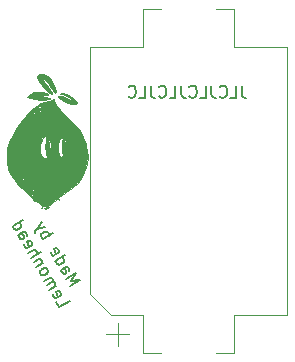
<source format=gbr>
%TF.GenerationSoftware,KiCad,Pcbnew,(5.1.6)-1*%
%TF.CreationDate,2020-10-05T19:31:36+02:00*%
%TF.ProjectId,NRF24,4e524632-342e-46b6-9963-61645f706362,rev?*%
%TF.SameCoordinates,Original*%
%TF.FileFunction,Legend,Bot*%
%TF.FilePolarity,Positive*%
%FSLAX46Y46*%
G04 Gerber Fmt 4.6, Leading zero omitted, Abs format (unit mm)*
G04 Created by KiCad (PCBNEW (5.1.6)-1) date 2020-10-05 19:31:36*
%MOMM*%
%LPD*%
G01*
G04 APERTURE LIST*
%ADD10C,0.180000*%
%ADD11C,0.150000*%
%ADD12C,0.010000*%
%ADD13C,0.120000*%
G04 APERTURE END LIST*
D10*
X185319047Y-79102380D02*
X185319047Y-79816666D01*
X185366666Y-79959523D01*
X185461904Y-80054761D01*
X185604761Y-80102380D01*
X185700000Y-80102380D01*
X184366666Y-80102380D02*
X184842857Y-80102380D01*
X184842857Y-79102380D01*
X183461904Y-80007142D02*
X183509523Y-80054761D01*
X183652380Y-80102380D01*
X183747619Y-80102380D01*
X183890476Y-80054761D01*
X183985714Y-79959523D01*
X184033333Y-79864285D01*
X184080952Y-79673809D01*
X184080952Y-79530952D01*
X184033333Y-79340476D01*
X183985714Y-79245238D01*
X183890476Y-79150000D01*
X183747619Y-79102380D01*
X183652380Y-79102380D01*
X183509523Y-79150000D01*
X183461904Y-79197619D01*
X182747619Y-79102380D02*
X182747619Y-79816666D01*
X182795238Y-79959523D01*
X182890476Y-80054761D01*
X183033333Y-80102380D01*
X183128571Y-80102380D01*
X181795238Y-80102380D02*
X182271428Y-80102380D01*
X182271428Y-79102380D01*
X180890476Y-80007142D02*
X180938095Y-80054761D01*
X181080952Y-80102380D01*
X181176190Y-80102380D01*
X181319047Y-80054761D01*
X181414285Y-79959523D01*
X181461904Y-79864285D01*
X181509523Y-79673809D01*
X181509523Y-79530952D01*
X181461904Y-79340476D01*
X181414285Y-79245238D01*
X181319047Y-79150000D01*
X181176190Y-79102380D01*
X181080952Y-79102380D01*
X180938095Y-79150000D01*
X180890476Y-79197619D01*
X180176190Y-79102380D02*
X180176190Y-79816666D01*
X180223809Y-79959523D01*
X180319047Y-80054761D01*
X180461904Y-80102380D01*
X180557142Y-80102380D01*
X179223809Y-80102380D02*
X179700000Y-80102380D01*
X179700000Y-79102380D01*
X178319047Y-80007142D02*
X178366666Y-80054761D01*
X178509523Y-80102380D01*
X178604761Y-80102380D01*
X178747619Y-80054761D01*
X178842857Y-79959523D01*
X178890476Y-79864285D01*
X178938095Y-79673809D01*
X178938095Y-79530952D01*
X178890476Y-79340476D01*
X178842857Y-79245238D01*
X178747619Y-79150000D01*
X178604761Y-79102380D01*
X178509523Y-79102380D01*
X178366666Y-79150000D01*
X178319047Y-79197619D01*
X177604761Y-79102380D02*
X177604761Y-79816666D01*
X177652380Y-79959523D01*
X177747619Y-80054761D01*
X177890476Y-80102380D01*
X177985714Y-80102380D01*
X176652380Y-80102380D02*
X177128571Y-80102380D01*
X177128571Y-79102380D01*
X175747619Y-80007142D02*
X175795238Y-80054761D01*
X175938095Y-80102380D01*
X176033333Y-80102380D01*
X176176190Y-80054761D01*
X176271428Y-79959523D01*
X176319047Y-79864285D01*
X176366666Y-79673809D01*
X176366666Y-79530952D01*
X176319047Y-79340476D01*
X176271428Y-79245238D01*
X176176190Y-79150000D01*
X176033333Y-79102380D01*
X175938095Y-79102380D01*
X175795238Y-79150000D01*
X175747619Y-79197619D01*
D11*
X170763173Y-96058668D02*
X171629199Y-95558668D01*
X170843942Y-95627136D01*
X171295865Y-94981318D01*
X170429840Y-95481318D01*
X169977459Y-94697771D02*
X170431091Y-94435866D01*
X170537379Y-94429486D01*
X170626238Y-94488155D01*
X170721476Y-94653113D01*
X170727856Y-94759401D01*
X170018698Y-94673961D02*
X170025078Y-94780249D01*
X170144126Y-94986446D01*
X170232984Y-95045115D01*
X170339272Y-95038735D01*
X170421751Y-94991116D01*
X170480420Y-94902258D01*
X170474040Y-94795970D01*
X170354992Y-94589773D01*
X170348613Y-94483485D01*
X169525078Y-93914224D02*
X170391103Y-93414224D01*
X169566317Y-93890415D02*
X169572697Y-93996703D01*
X169667935Y-94161660D01*
X169756794Y-94220329D01*
X169821842Y-94237759D01*
X169928131Y-94231379D01*
X170175566Y-94088522D01*
X170234235Y-93999664D01*
X170251665Y-93934615D01*
X170245285Y-93828327D01*
X170150047Y-93663369D01*
X170061189Y-93604700D01*
X169137746Y-93148107D02*
X169144126Y-93254395D01*
X169239364Y-93419352D01*
X169328222Y-93478021D01*
X169434510Y-93471642D01*
X169764425Y-93281166D01*
X169823094Y-93192307D01*
X169816714Y-93086019D01*
X169721476Y-92921062D01*
X169632618Y-92862393D01*
X169526329Y-92868773D01*
X169443851Y-92916392D01*
X169599467Y-93376404D01*
X168477459Y-92099695D02*
X169343484Y-91599695D01*
X169013570Y-91790171D02*
X169007190Y-91683883D01*
X168911952Y-91518925D01*
X168823094Y-91460256D01*
X168758045Y-91442827D01*
X168651757Y-91449206D01*
X168404321Y-91592064D01*
X168345652Y-91680922D01*
X168328222Y-91745971D01*
X168334602Y-91852259D01*
X168429840Y-92017216D01*
X168518698Y-92075885D01*
X168650047Y-91065293D02*
X167953649Y-91192430D01*
X168411952Y-90652900D02*
X167953649Y-91192430D01*
X167795072Y-91393956D01*
X167777642Y-91459005D01*
X167784022Y-91565293D01*
X169631850Y-97399159D02*
X169869946Y-97811552D01*
X170735971Y-97311552D01*
X169315947Y-96756760D02*
X169322327Y-96863048D01*
X169417565Y-97028005D01*
X169506423Y-97086675D01*
X169612711Y-97080295D01*
X169942626Y-96889819D01*
X170001295Y-96800960D01*
X169994915Y-96694672D01*
X169899677Y-96529715D01*
X169810818Y-96471046D01*
X169704530Y-96477426D01*
X169622052Y-96525045D01*
X169777668Y-96985057D01*
X169036612Y-96368177D02*
X169613963Y-96034843D01*
X169531484Y-96082462D02*
X169548914Y-96017413D01*
X169542534Y-95911125D01*
X169471105Y-95787407D01*
X169382247Y-95728738D01*
X169275959Y-95735118D01*
X168822327Y-95997023D01*
X169275959Y-95735118D02*
X169334628Y-95646260D01*
X169328248Y-95539972D01*
X169256820Y-95416254D01*
X169167961Y-95357585D01*
X169061673Y-95363964D01*
X168608041Y-95625869D01*
X168298517Y-95089758D02*
X168387375Y-95148427D01*
X168452424Y-95165857D01*
X168558712Y-95159477D01*
X168806148Y-95016620D01*
X168864817Y-94927762D01*
X168882247Y-94862713D01*
X168875867Y-94756425D01*
X168804439Y-94632707D01*
X168715580Y-94574038D01*
X168650532Y-94556608D01*
X168544243Y-94562988D01*
X168296808Y-94705845D01*
X168238138Y-94794703D01*
X168220709Y-94859752D01*
X168227088Y-94966040D01*
X168298517Y-95089758D01*
X168494915Y-94096596D02*
X167917565Y-94429929D01*
X168412436Y-94144215D02*
X168429866Y-94079166D01*
X168423486Y-93972878D01*
X168352058Y-93849160D01*
X168263199Y-93790491D01*
X168156911Y-93796871D01*
X167703279Y-94058776D01*
X167465184Y-93646382D02*
X168331209Y-93146382D01*
X167250898Y-93275229D02*
X167704530Y-93013324D01*
X167810818Y-93006944D01*
X167899677Y-93065613D01*
X167971105Y-93189331D01*
X167977485Y-93295619D01*
X167960055Y-93360668D01*
X166863566Y-92509112D02*
X166869946Y-92615400D01*
X166965184Y-92780357D01*
X167054042Y-92839026D01*
X167160330Y-92832646D01*
X167490245Y-92642170D01*
X167548914Y-92553312D01*
X167542534Y-92447024D01*
X167447296Y-92282067D01*
X167358437Y-92223397D01*
X167252149Y-92229777D01*
X167169671Y-92277396D01*
X167325287Y-92737408D01*
X166369946Y-91749374D02*
X166823578Y-91487470D01*
X166929866Y-91481090D01*
X167018724Y-91539759D01*
X167113963Y-91704716D01*
X167120342Y-91811004D01*
X166411185Y-91725565D02*
X166417565Y-91831853D01*
X166536612Y-92038050D01*
X166625471Y-92096719D01*
X166731759Y-92090339D01*
X166814237Y-92042720D01*
X166872906Y-91953862D01*
X166866527Y-91847573D01*
X166747479Y-91641377D01*
X166741099Y-91535089D01*
X165917565Y-90965828D02*
X166783590Y-90465828D01*
X165958804Y-90942018D02*
X165965184Y-91048306D01*
X166060422Y-91213263D01*
X166149280Y-91271933D01*
X166214329Y-91289362D01*
X166320617Y-91282983D01*
X166568053Y-91140125D01*
X166626722Y-91051267D01*
X166644152Y-90986218D01*
X166637772Y-90879930D01*
X166542534Y-90714973D01*
X166453676Y-90656304D01*
D12*
%TO.C,G\u002A\u002A\u002A*%
G36*
X168797726Y-89368521D02*
G01*
X168608823Y-89418016D01*
X168546800Y-89455444D01*
X168626660Y-89495050D01*
X168797012Y-89486402D01*
X168954015Y-89440613D01*
X168994930Y-89407476D01*
X168953268Y-89359127D01*
X168797726Y-89368521D01*
G37*
X168797726Y-89368521D02*
X168608823Y-89418016D01*
X168546800Y-89455444D01*
X168626660Y-89495050D01*
X168797012Y-89486402D01*
X168954015Y-89440613D01*
X168994930Y-89407476D01*
X168953268Y-89359127D01*
X168797726Y-89368521D01*
G36*
X168343600Y-89443600D02*
G01*
X168394400Y-89494400D01*
X168445200Y-89443600D01*
X168394400Y-89392800D01*
X168343600Y-89443600D01*
G37*
X168343600Y-89443600D02*
X168394400Y-89494400D01*
X168445200Y-89443600D01*
X168394400Y-89392800D01*
X168343600Y-89443600D01*
G36*
X169235394Y-80293838D02*
G01*
X168971516Y-80406712D01*
X168668572Y-80451999D01*
X168337741Y-80538664D01*
X167941857Y-80780976D01*
X167505890Y-81152415D01*
X167054812Y-81626459D01*
X166613597Y-82176587D01*
X166207216Y-82776279D01*
X165860641Y-83399013D01*
X165825492Y-83471441D01*
X165640825Y-83874734D01*
X165528873Y-84187908D01*
X165471892Y-84491716D01*
X165452136Y-84866910D01*
X165450815Y-85176400D01*
X165459340Y-85640006D01*
X165491035Y-85969529D01*
X165560195Y-86233894D01*
X165681112Y-86502024D01*
X165753955Y-86638149D01*
X166012243Y-87017006D01*
X166398090Y-87462818D01*
X166870752Y-87928683D01*
X166891458Y-87947591D01*
X167221944Y-88259779D01*
X167480945Y-88526325D01*
X167640102Y-88716528D01*
X167675242Y-88796077D01*
X167698345Y-88844485D01*
X167759000Y-88829841D01*
X167914260Y-88861597D01*
X168112791Y-89008801D01*
X168137587Y-89034205D01*
X168448761Y-89250819D01*
X168791647Y-89269021D01*
X169170151Y-89088568D01*
X169333908Y-88959398D01*
X169601240Y-88744022D01*
X169969576Y-88469279D01*
X170100403Y-88376800D01*
X167683200Y-88376800D01*
X167678556Y-88470572D01*
X167644393Y-88478400D01*
X167500763Y-88404257D01*
X167480000Y-88376800D01*
X167484645Y-88283027D01*
X167518808Y-88275200D01*
X167662438Y-88349342D01*
X167683200Y-88376800D01*
X170100403Y-88376800D01*
X170369549Y-88186548D01*
X170465527Y-88121198D01*
X170678419Y-87967211D01*
X167835600Y-87967211D01*
X167761127Y-88023113D01*
X167683200Y-88007141D01*
X167549519Y-87935027D01*
X167530800Y-87908729D01*
X167613765Y-87873213D01*
X167683200Y-87868800D01*
X167226000Y-87868800D01*
X167188827Y-87952428D01*
X167158267Y-87936533D01*
X167146108Y-87815957D01*
X167158267Y-87801066D01*
X167218668Y-87815013D01*
X167226000Y-87868800D01*
X167683200Y-87868800D01*
X167818432Y-87921970D01*
X167835600Y-87967211D01*
X170678419Y-87967211D01*
X170968296Y-87757540D01*
X171235021Y-87513200D01*
X166819600Y-87513200D01*
X166768800Y-87564000D01*
X166718000Y-87513200D01*
X166768800Y-87462400D01*
X166819600Y-87513200D01*
X171235021Y-87513200D01*
X171335394Y-87421252D01*
X171355817Y-87394666D01*
X167395334Y-87394666D01*
X167381387Y-87455067D01*
X167327600Y-87462400D01*
X167243972Y-87425226D01*
X167259867Y-87394666D01*
X167380443Y-87382507D01*
X167395334Y-87394666D01*
X171355817Y-87394666D01*
X171606774Y-87067992D01*
X166921200Y-87067992D01*
X166858602Y-87123076D01*
X166819600Y-87106800D01*
X166721794Y-86972209D01*
X166718000Y-86942407D01*
X166780599Y-86887323D01*
X166819600Y-86903600D01*
X166917407Y-87038190D01*
X166921200Y-87067992D01*
X171606774Y-87067992D01*
X171616191Y-87055735D01*
X171860053Y-86604390D01*
X171938304Y-86432696D01*
X172178801Y-85767914D01*
X172269674Y-85166219D01*
X172218103Y-84561458D01*
X172166319Y-84331310D01*
X172092793Y-84063265D01*
X170467429Y-84063265D01*
X170466828Y-84077520D01*
X170435787Y-84120526D01*
X170370852Y-83991389D01*
X170350531Y-83931800D01*
X170247800Y-83677164D01*
X170169430Y-83619695D01*
X170118646Y-83754463D01*
X170098671Y-84076537D01*
X170101426Y-84312762D01*
X170130492Y-84707561D01*
X170185931Y-84933348D01*
X170260614Y-84980202D01*
X170347412Y-84838201D01*
X170388071Y-84711667D01*
X170438925Y-84554895D01*
X170461132Y-84587454D01*
X170467073Y-84673480D01*
X170398801Y-84939962D01*
X170198629Y-85091313D01*
X170021187Y-85104093D01*
X169901744Y-85056953D01*
X169833296Y-84926195D01*
X169796998Y-84662787D01*
X169786409Y-84493246D01*
X169791019Y-84304696D01*
X169152228Y-84304696D01*
X169113465Y-84480634D01*
X169057989Y-84516000D01*
X169001287Y-84441854D01*
X169016451Y-84367790D01*
X169023280Y-84196656D01*
X168976771Y-83948430D01*
X168899229Y-83700859D01*
X168812960Y-83531689D01*
X168767521Y-83500131D01*
X168734860Y-83593502D01*
X168710701Y-83840362D01*
X168699498Y-84191044D01*
X168699200Y-84262141D01*
X168707360Y-84694786D01*
X168735534Y-84937512D01*
X168789268Y-85003087D01*
X168874106Y-84904276D01*
X168930798Y-84795400D01*
X169012878Y-84657663D01*
X169045720Y-84704139D01*
X169047924Y-84737342D01*
X168992652Y-84916617D01*
X168859613Y-85107942D01*
X168715312Y-85221491D01*
X168685264Y-85227200D01*
X168565777Y-85184785D01*
X168438521Y-85122025D01*
X168311095Y-85001432D01*
X168252445Y-84780913D01*
X168242000Y-84527586D01*
X168277934Y-84045193D01*
X168374177Y-83675071D01*
X168513389Y-83434211D01*
X168678233Y-83339606D01*
X168851369Y-83408246D01*
X169015459Y-83657124D01*
X169048444Y-83737281D01*
X169130300Y-84036208D01*
X169152228Y-84304696D01*
X169791019Y-84304696D01*
X169798069Y-84016448D01*
X169884956Y-83683741D01*
X170039982Y-83516126D01*
X170121601Y-83500000D01*
X170287624Y-83588492D01*
X170418387Y-83802154D01*
X170467429Y-84063265D01*
X172092793Y-84063265D01*
X172033422Y-83846826D01*
X171896037Y-83454158D01*
X171728125Y-83112853D01*
X171503646Y-82782463D01*
X171196558Y-82422537D01*
X170780823Y-81992624D01*
X170518468Y-81733798D01*
X167699477Y-81733798D01*
X167683200Y-81772800D01*
X167548610Y-81870606D01*
X167518808Y-81874400D01*
X167465678Y-81814021D01*
X167297461Y-81814021D01*
X167226000Y-81874400D01*
X167063885Y-81965779D01*
X167042286Y-81931363D01*
X167073600Y-81874400D01*
X167221979Y-81777801D01*
X167257397Y-81774355D01*
X167297461Y-81814021D01*
X167465678Y-81814021D01*
X167463724Y-81811801D01*
X167480000Y-81772800D01*
X167614591Y-81674993D01*
X167644393Y-81671200D01*
X167699477Y-81733798D01*
X170518468Y-81733798D01*
X170451800Y-81668027D01*
X170030303Y-81247125D01*
X170009301Y-81224379D01*
X168297849Y-81224379D01*
X168242000Y-81315600D01*
X168089018Y-81443667D01*
X168013920Y-81468000D01*
X167982952Y-81406820D01*
X168038800Y-81315600D01*
X168162693Y-81211884D01*
X167879850Y-81211884D01*
X167845352Y-81311227D01*
X167809674Y-81370159D01*
X167691088Y-81539728D01*
X167640777Y-81537515D01*
X167632400Y-81428070D01*
X167714290Y-81270887D01*
X167783314Y-81228629D01*
X167879850Y-81211884D01*
X168162693Y-81211884D01*
X168191783Y-81187532D01*
X168266881Y-81163200D01*
X168297849Y-81224379D01*
X170009301Y-81224379D01*
X169741218Y-80934043D01*
X169686638Y-80862837D01*
X168397143Y-80862837D01*
X168363697Y-80939397D01*
X168247997Y-80960000D01*
X168079391Y-80943636D01*
X168038800Y-80920070D01*
X168118953Y-80843175D01*
X168278554Y-80817206D01*
X168396314Y-80861535D01*
X168397143Y-80862837D01*
X169686638Y-80862837D01*
X169563995Y-80702838D01*
X169478079Y-80527569D01*
X169461200Y-80417666D01*
X169448832Y-80224300D01*
X169375539Y-80204260D01*
X169235394Y-80293838D01*
G37*
X169235394Y-80293838D02*
X168971516Y-80406712D01*
X168668572Y-80451999D01*
X168337741Y-80538664D01*
X167941857Y-80780976D01*
X167505890Y-81152415D01*
X167054812Y-81626459D01*
X166613597Y-82176587D01*
X166207216Y-82776279D01*
X165860641Y-83399013D01*
X165825492Y-83471441D01*
X165640825Y-83874734D01*
X165528873Y-84187908D01*
X165471892Y-84491716D01*
X165452136Y-84866910D01*
X165450815Y-85176400D01*
X165459340Y-85640006D01*
X165491035Y-85969529D01*
X165560195Y-86233894D01*
X165681112Y-86502024D01*
X165753955Y-86638149D01*
X166012243Y-87017006D01*
X166398090Y-87462818D01*
X166870752Y-87928683D01*
X166891458Y-87947591D01*
X167221944Y-88259779D01*
X167480945Y-88526325D01*
X167640102Y-88716528D01*
X167675242Y-88796077D01*
X167698345Y-88844485D01*
X167759000Y-88829841D01*
X167914260Y-88861597D01*
X168112791Y-89008801D01*
X168137587Y-89034205D01*
X168448761Y-89250819D01*
X168791647Y-89269021D01*
X169170151Y-89088568D01*
X169333908Y-88959398D01*
X169601240Y-88744022D01*
X169969576Y-88469279D01*
X170100403Y-88376800D01*
X167683200Y-88376800D01*
X167678556Y-88470572D01*
X167644393Y-88478400D01*
X167500763Y-88404257D01*
X167480000Y-88376800D01*
X167484645Y-88283027D01*
X167518808Y-88275200D01*
X167662438Y-88349342D01*
X167683200Y-88376800D01*
X170100403Y-88376800D01*
X170369549Y-88186548D01*
X170465527Y-88121198D01*
X170678419Y-87967211D01*
X167835600Y-87967211D01*
X167761127Y-88023113D01*
X167683200Y-88007141D01*
X167549519Y-87935027D01*
X167530800Y-87908729D01*
X167613765Y-87873213D01*
X167683200Y-87868800D01*
X167226000Y-87868800D01*
X167188827Y-87952428D01*
X167158267Y-87936533D01*
X167146108Y-87815957D01*
X167158267Y-87801066D01*
X167218668Y-87815013D01*
X167226000Y-87868800D01*
X167683200Y-87868800D01*
X167818432Y-87921970D01*
X167835600Y-87967211D01*
X170678419Y-87967211D01*
X170968296Y-87757540D01*
X171235021Y-87513200D01*
X166819600Y-87513200D01*
X166768800Y-87564000D01*
X166718000Y-87513200D01*
X166768800Y-87462400D01*
X166819600Y-87513200D01*
X171235021Y-87513200D01*
X171335394Y-87421252D01*
X171355817Y-87394666D01*
X167395334Y-87394666D01*
X167381387Y-87455067D01*
X167327600Y-87462400D01*
X167243972Y-87425226D01*
X167259867Y-87394666D01*
X167380443Y-87382507D01*
X167395334Y-87394666D01*
X171355817Y-87394666D01*
X171606774Y-87067992D01*
X166921200Y-87067992D01*
X166858602Y-87123076D01*
X166819600Y-87106800D01*
X166721794Y-86972209D01*
X166718000Y-86942407D01*
X166780599Y-86887323D01*
X166819600Y-86903600D01*
X166917407Y-87038190D01*
X166921200Y-87067992D01*
X171606774Y-87067992D01*
X171616191Y-87055735D01*
X171860053Y-86604390D01*
X171938304Y-86432696D01*
X172178801Y-85767914D01*
X172269674Y-85166219D01*
X172218103Y-84561458D01*
X172166319Y-84331310D01*
X172092793Y-84063265D01*
X170467429Y-84063265D01*
X170466828Y-84077520D01*
X170435787Y-84120526D01*
X170370852Y-83991389D01*
X170350531Y-83931800D01*
X170247800Y-83677164D01*
X170169430Y-83619695D01*
X170118646Y-83754463D01*
X170098671Y-84076537D01*
X170101426Y-84312762D01*
X170130492Y-84707561D01*
X170185931Y-84933348D01*
X170260614Y-84980202D01*
X170347412Y-84838201D01*
X170388071Y-84711667D01*
X170438925Y-84554895D01*
X170461132Y-84587454D01*
X170467073Y-84673480D01*
X170398801Y-84939962D01*
X170198629Y-85091313D01*
X170021187Y-85104093D01*
X169901744Y-85056953D01*
X169833296Y-84926195D01*
X169796998Y-84662787D01*
X169786409Y-84493246D01*
X169791019Y-84304696D01*
X169152228Y-84304696D01*
X169113465Y-84480634D01*
X169057989Y-84516000D01*
X169001287Y-84441854D01*
X169016451Y-84367790D01*
X169023280Y-84196656D01*
X168976771Y-83948430D01*
X168899229Y-83700859D01*
X168812960Y-83531689D01*
X168767521Y-83500131D01*
X168734860Y-83593502D01*
X168710701Y-83840362D01*
X168699498Y-84191044D01*
X168699200Y-84262141D01*
X168707360Y-84694786D01*
X168735534Y-84937512D01*
X168789268Y-85003087D01*
X168874106Y-84904276D01*
X168930798Y-84795400D01*
X169012878Y-84657663D01*
X169045720Y-84704139D01*
X169047924Y-84737342D01*
X168992652Y-84916617D01*
X168859613Y-85107942D01*
X168715312Y-85221491D01*
X168685264Y-85227200D01*
X168565777Y-85184785D01*
X168438521Y-85122025D01*
X168311095Y-85001432D01*
X168252445Y-84780913D01*
X168242000Y-84527586D01*
X168277934Y-84045193D01*
X168374177Y-83675071D01*
X168513389Y-83434211D01*
X168678233Y-83339606D01*
X168851369Y-83408246D01*
X169015459Y-83657124D01*
X169048444Y-83737281D01*
X169130300Y-84036208D01*
X169152228Y-84304696D01*
X169791019Y-84304696D01*
X169798069Y-84016448D01*
X169884956Y-83683741D01*
X170039982Y-83516126D01*
X170121601Y-83500000D01*
X170287624Y-83588492D01*
X170418387Y-83802154D01*
X170467429Y-84063265D01*
X172092793Y-84063265D01*
X172033422Y-83846826D01*
X171896037Y-83454158D01*
X171728125Y-83112853D01*
X171503646Y-82782463D01*
X171196558Y-82422537D01*
X170780823Y-81992624D01*
X170518468Y-81733798D01*
X167699477Y-81733798D01*
X167683200Y-81772800D01*
X167548610Y-81870606D01*
X167518808Y-81874400D01*
X167465678Y-81814021D01*
X167297461Y-81814021D01*
X167226000Y-81874400D01*
X167063885Y-81965779D01*
X167042286Y-81931363D01*
X167073600Y-81874400D01*
X167221979Y-81777801D01*
X167257397Y-81774355D01*
X167297461Y-81814021D01*
X167465678Y-81814021D01*
X167463724Y-81811801D01*
X167480000Y-81772800D01*
X167614591Y-81674993D01*
X167644393Y-81671200D01*
X167699477Y-81733798D01*
X170518468Y-81733798D01*
X170451800Y-81668027D01*
X170030303Y-81247125D01*
X170009301Y-81224379D01*
X168297849Y-81224379D01*
X168242000Y-81315600D01*
X168089018Y-81443667D01*
X168013920Y-81468000D01*
X167982952Y-81406820D01*
X168038800Y-81315600D01*
X168162693Y-81211884D01*
X167879850Y-81211884D01*
X167845352Y-81311227D01*
X167809674Y-81370159D01*
X167691088Y-81539728D01*
X167640777Y-81537515D01*
X167632400Y-81428070D01*
X167714290Y-81270887D01*
X167783314Y-81228629D01*
X167879850Y-81211884D01*
X168162693Y-81211884D01*
X168191783Y-81187532D01*
X168266881Y-81163200D01*
X168297849Y-81224379D01*
X170009301Y-81224379D01*
X169741218Y-80934043D01*
X169686638Y-80862837D01*
X168397143Y-80862837D01*
X168363697Y-80939397D01*
X168247997Y-80960000D01*
X168079391Y-80943636D01*
X168038800Y-80920070D01*
X168118953Y-80843175D01*
X168278554Y-80817206D01*
X168396314Y-80861535D01*
X168397143Y-80862837D01*
X169686638Y-80862837D01*
X169563995Y-80702838D01*
X169478079Y-80527569D01*
X169461200Y-80417666D01*
X169448832Y-80224300D01*
X169375539Y-80204260D01*
X169235394Y-80293838D01*
G36*
X169766000Y-88732400D02*
G01*
X169816800Y-88783200D01*
X169867600Y-88732400D01*
X169816800Y-88681600D01*
X169766000Y-88732400D01*
G37*
X169766000Y-88732400D02*
X169816800Y-88783200D01*
X169867600Y-88732400D01*
X169816800Y-88681600D01*
X169766000Y-88732400D01*
G36*
X169920212Y-79761164D02*
G01*
X169920964Y-79782395D01*
X170110355Y-79831335D01*
X170144456Y-79839447D01*
X170412963Y-79929423D01*
X170674277Y-80056995D01*
X170873871Y-80189618D01*
X170957219Y-80294749D01*
X170948519Y-80319348D01*
X170834294Y-80310136D01*
X170602082Y-80226898D01*
X170434088Y-80150921D01*
X170073757Y-80000111D01*
X169843308Y-79949114D01*
X169758024Y-79989866D01*
X169833188Y-80114304D01*
X170084081Y-80314364D01*
X170101676Y-80326317D01*
X170531821Y-80563862D01*
X170917764Y-80653066D01*
X170990294Y-80655200D01*
X171242947Y-80636364D01*
X171382161Y-80589382D01*
X171391600Y-80571310D01*
X171305563Y-80403307D01*
X171085242Y-80201868D01*
X170787326Y-80002979D01*
X170468505Y-79842630D01*
X170185467Y-79756810D01*
X170099775Y-79751199D01*
X169920212Y-79761164D01*
G37*
X169920212Y-79761164D02*
X169920964Y-79782395D01*
X170110355Y-79831335D01*
X170144456Y-79839447D01*
X170412963Y-79929423D01*
X170674277Y-80056995D01*
X170873871Y-80189618D01*
X170957219Y-80294749D01*
X170948519Y-80319348D01*
X170834294Y-80310136D01*
X170602082Y-80226898D01*
X170434088Y-80150921D01*
X170073757Y-80000111D01*
X169843308Y-79949114D01*
X169758024Y-79989866D01*
X169833188Y-80114304D01*
X170084081Y-80314364D01*
X170101676Y-80326317D01*
X170531821Y-80563862D01*
X170917764Y-80653066D01*
X170990294Y-80655200D01*
X171242947Y-80636364D01*
X171382161Y-80589382D01*
X171391600Y-80571310D01*
X171305563Y-80403307D01*
X171085242Y-80201868D01*
X170787326Y-80002979D01*
X170468505Y-79842630D01*
X170185467Y-79756810D01*
X170099775Y-79751199D01*
X169920212Y-79761164D01*
G36*
X167685948Y-79656977D02*
G01*
X167478340Y-79786157D01*
X167458240Y-79802114D01*
X167175200Y-80029266D01*
X167450623Y-80135006D01*
X167808724Y-80231030D01*
X168238746Y-80289471D01*
X168651462Y-80302655D01*
X168953200Y-80264253D01*
X169119479Y-80202964D01*
X169103352Y-80152809D01*
X169021091Y-80117122D01*
X168765625Y-80058482D01*
X168595287Y-80045600D01*
X168379509Y-80001253D01*
X168284109Y-79929937D01*
X168293132Y-79876266D01*
X168106534Y-79876266D01*
X168092587Y-79936667D01*
X168038800Y-79944000D01*
X167955172Y-79906826D01*
X167971067Y-79876266D01*
X168091643Y-79864107D01*
X168106534Y-79876266D01*
X168293132Y-79876266D01*
X168295328Y-79863209D01*
X168468682Y-79864468D01*
X168608313Y-79887043D01*
X168850378Y-79921876D01*
X168924629Y-79899111D01*
X168879415Y-79832401D01*
X168710455Y-79745615D01*
X168421075Y-79668357D01*
X168248055Y-79639976D01*
X167912926Y-79614325D01*
X167685948Y-79656977D01*
G37*
X167685948Y-79656977D02*
X167478340Y-79786157D01*
X167458240Y-79802114D01*
X167175200Y-80029266D01*
X167450623Y-80135006D01*
X167808724Y-80231030D01*
X168238746Y-80289471D01*
X168651462Y-80302655D01*
X168953200Y-80264253D01*
X169119479Y-80202964D01*
X169103352Y-80152809D01*
X169021091Y-80117122D01*
X168765625Y-80058482D01*
X168595287Y-80045600D01*
X168379509Y-80001253D01*
X168284109Y-79929937D01*
X168293132Y-79876266D01*
X168106534Y-79876266D01*
X168092587Y-79936667D01*
X168038800Y-79944000D01*
X167955172Y-79906826D01*
X167971067Y-79876266D01*
X168091643Y-79864107D01*
X168106534Y-79876266D01*
X168293132Y-79876266D01*
X168295328Y-79863209D01*
X168468682Y-79864468D01*
X168608313Y-79887043D01*
X168850378Y-79921876D01*
X168924629Y-79899111D01*
X168879415Y-79832401D01*
X168710455Y-79745615D01*
X168421075Y-79668357D01*
X168248055Y-79639976D01*
X167912926Y-79614325D01*
X167685948Y-79656977D01*
G36*
X168043089Y-78160832D02*
G01*
X168014774Y-78340510D01*
X168105414Y-78616467D01*
X168289973Y-78941608D01*
X168543417Y-79268833D01*
X168734413Y-79461400D01*
X169031335Y-79708172D01*
X169221556Y-79822196D01*
X169293264Y-79800827D01*
X169234647Y-79641417D01*
X169187814Y-79563000D01*
X169019021Y-79317802D01*
X168788470Y-79008835D01*
X168665233Y-78851800D01*
X168495672Y-78617203D01*
X168417721Y-78460381D01*
X168433515Y-78420000D01*
X168542693Y-78497295D01*
X168730405Y-78702434D01*
X168960830Y-78995294D01*
X169022360Y-79079527D01*
X169247852Y-79380073D01*
X169428045Y-79596257D01*
X169532211Y-79691982D01*
X169543827Y-79692040D01*
X169561114Y-79549654D01*
X169498491Y-79293710D01*
X169380030Y-78985228D01*
X169229805Y-78685229D01*
X169071888Y-78454733D01*
X169043856Y-78424686D01*
X168770799Y-78223476D01*
X168467701Y-78104247D01*
X168199084Y-78084010D01*
X168043089Y-78160832D01*
G37*
X168043089Y-78160832D02*
X168014774Y-78340510D01*
X168105414Y-78616467D01*
X168289973Y-78941608D01*
X168543417Y-79268833D01*
X168734413Y-79461400D01*
X169031335Y-79708172D01*
X169221556Y-79822196D01*
X169293264Y-79800827D01*
X169234647Y-79641417D01*
X169187814Y-79563000D01*
X169019021Y-79317802D01*
X168788470Y-79008835D01*
X168665233Y-78851800D01*
X168495672Y-78617203D01*
X168417721Y-78460381D01*
X168433515Y-78420000D01*
X168542693Y-78497295D01*
X168730405Y-78702434D01*
X168960830Y-78995294D01*
X169022360Y-79079527D01*
X169247852Y-79380073D01*
X169428045Y-79596257D01*
X169532211Y-79691982D01*
X169543827Y-79692040D01*
X169561114Y-79549654D01*
X169498491Y-79293710D01*
X169380030Y-78985228D01*
X169229805Y-78685229D01*
X169071888Y-78454733D01*
X169043856Y-78424686D01*
X168770799Y-78223476D01*
X168467701Y-78104247D01*
X168199084Y-78084010D01*
X168043089Y-78160832D01*
D13*
%TO.C,BT1*%
X174800000Y-99150000D02*
X174800000Y-101150000D01*
X175800000Y-100150000D02*
X173800000Y-100150000D01*
X189150000Y-75800000D02*
X184650000Y-75800000D01*
X189150000Y-98500000D02*
X184650000Y-98500000D01*
X189150000Y-98500000D02*
X189150000Y-75800000D01*
X184650000Y-72600000D02*
X183100000Y-72600000D01*
X184650000Y-75800000D02*
X184650000Y-72600000D01*
X184650000Y-101700000D02*
X183100000Y-101700000D01*
X184650000Y-98500000D02*
X184650000Y-101700000D01*
X176950000Y-101700000D02*
X178500000Y-101700000D01*
X176950000Y-98500000D02*
X176950000Y-101700000D01*
X172450000Y-96700000D02*
X174250000Y-98500000D01*
X174250000Y-98500000D02*
X176950000Y-98500000D01*
X172450000Y-75800000D02*
X172450000Y-96700000D01*
X172450000Y-75800000D02*
X176950000Y-75800000D01*
X176950000Y-72600000D02*
X178500000Y-72600000D01*
X176950000Y-75800000D02*
X176950000Y-72600000D01*
%TD*%
M02*

</source>
